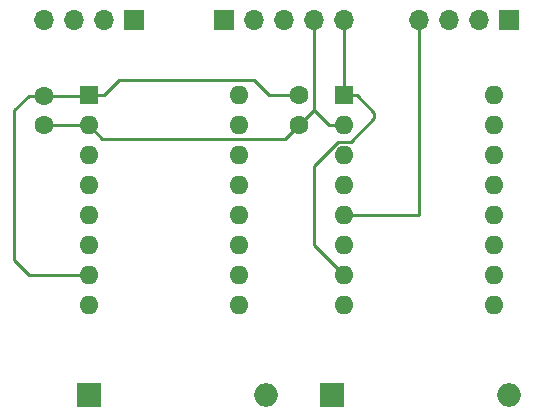
<source format=gbr>
G04 #@! TF.GenerationSoftware,KiCad,Pcbnew,5.1.5-52549c5~84~ubuntu18.04.1*
G04 #@! TF.CreationDate,2019-12-23T01:54:20+01:00*
G04 #@! TF.ProjectId,eq5drive,65713564-7269-4766-952e-6b696361645f,rev?*
G04 #@! TF.SameCoordinates,Original*
G04 #@! TF.FileFunction,Copper,L2,Bot*
G04 #@! TF.FilePolarity,Positive*
%FSLAX46Y46*%
G04 Gerber Fmt 4.6, Leading zero omitted, Abs format (unit mm)*
G04 Created by KiCad (PCBNEW 5.1.5-52549c5~84~ubuntu18.04.1) date 2019-12-23 01:54:20*
%MOMM*%
%LPD*%
G04 APERTURE LIST*
%ADD10O,1.600000X1.600000*%
%ADD11R,1.600000X1.600000*%
%ADD12C,1.600000*%
%ADD13R,2.000000X2.000000*%
%ADD14O,2.000000X2.000000*%
%ADD15R,1.700000X1.700000*%
%ADD16O,1.700000X1.700000*%
%ADD17C,0.250000*%
G04 APERTURE END LIST*
D10*
X134620000Y-73660000D03*
X121920000Y-91440000D03*
X134620000Y-76200000D03*
X121920000Y-88900000D03*
X134620000Y-78740000D03*
X121920000Y-86360000D03*
X134620000Y-81280000D03*
X121920000Y-83820000D03*
X134620000Y-83820000D03*
X121920000Y-81280000D03*
X134620000Y-86360000D03*
X121920000Y-78740000D03*
X134620000Y-88900000D03*
X121920000Y-76200000D03*
X134620000Y-91440000D03*
D11*
X121920000Y-73660000D03*
X100330000Y-73660000D03*
D10*
X113030000Y-91440000D03*
X100330000Y-76200000D03*
X113030000Y-88900000D03*
X100330000Y-78740000D03*
X113030000Y-86360000D03*
X100330000Y-81280000D03*
X113030000Y-83820000D03*
X100330000Y-83820000D03*
X113030000Y-81280000D03*
X100330000Y-86360000D03*
X113030000Y-78740000D03*
X100330000Y-88900000D03*
X113030000Y-76200000D03*
X100330000Y-91440000D03*
X113030000Y-73660000D03*
D12*
X96520000Y-76200000D03*
X96520000Y-73700000D03*
X118110000Y-73660000D03*
X118110000Y-76160000D03*
D13*
X100330000Y-99060000D03*
D14*
X115330000Y-99060000D03*
X135890000Y-99060000D03*
D13*
X120890000Y-99060000D03*
D15*
X104140000Y-67310000D03*
D16*
X101600000Y-67310000D03*
X99060000Y-67310000D03*
X96520000Y-67310000D03*
D15*
X111760000Y-67310000D03*
D16*
X114300000Y-67310000D03*
X116840000Y-67310000D03*
X119380000Y-67310000D03*
X121920000Y-67310000D03*
X128270000Y-67310000D03*
X130810000Y-67310000D03*
X133350000Y-67310000D03*
D15*
X135890000Y-67310000D03*
D17*
X121920000Y-67310000D02*
X121920000Y-73660000D01*
X122970000Y-73660000D02*
X124460000Y-75150000D01*
X121920000Y-73660000D02*
X122970000Y-73660000D01*
X121379999Y-77614999D02*
X119380000Y-79614998D01*
X122460001Y-77614999D02*
X121379999Y-77614999D01*
X124460000Y-75150000D02*
X124460000Y-75615000D01*
X124460000Y-75615000D02*
X122460001Y-77614999D01*
X119380000Y-86360000D02*
X121920000Y-88900000D01*
X119380000Y-79614998D02*
X119380000Y-86360000D01*
X95250000Y-88900000D02*
X100330000Y-88900000D01*
X96520000Y-73700000D02*
X95210000Y-73700000D01*
X93980000Y-87630000D02*
X95250000Y-88900000D01*
X93980000Y-74930000D02*
X93980000Y-87630000D01*
X95210000Y-73700000D02*
X93980000Y-74930000D01*
X100290000Y-73700000D02*
X100330000Y-73660000D01*
X96520000Y-73700000D02*
X100290000Y-73700000D01*
X118110000Y-73660000D02*
X115570000Y-73660000D01*
X115570000Y-73660000D02*
X114300000Y-72390000D01*
X114300000Y-72390000D02*
X102870000Y-72390000D01*
X101600000Y-73660000D02*
X100330000Y-73660000D01*
X102870000Y-72390000D02*
X101600000Y-73660000D01*
X96520000Y-76200000D02*
X100330000Y-76200000D01*
X117310001Y-76959999D02*
X118110000Y-76160000D01*
X116944999Y-77325001D02*
X117310001Y-76959999D01*
X101455001Y-77325001D02*
X116944999Y-77325001D01*
X100330000Y-76200000D02*
X101455001Y-77325001D01*
X119380000Y-74890000D02*
X119380000Y-67310000D01*
X118110000Y-76160000D02*
X119380000Y-74890000D01*
X118110000Y-76160000D02*
X119340000Y-74930000D01*
X120610000Y-76200000D02*
X121920000Y-76200000D01*
X119340000Y-74930000D02*
X120610000Y-76200000D01*
X121920000Y-83820000D02*
X128270000Y-83820000D01*
X128270000Y-83820000D02*
X128270000Y-67310000D01*
M02*

</source>
